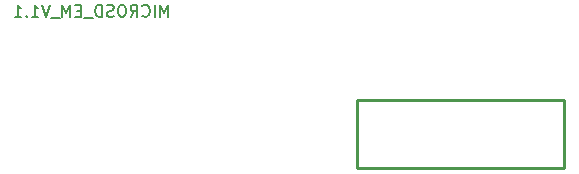
<source format=gbo>
%TF.GenerationSoftware,KiCad,Pcbnew,(6.0.1)*%
%TF.CreationDate,2022-03-04T18:54:33+03:00*%
%TF.ProjectId,MICROSD_EM_V1.1,4d494352-4f53-4445-9f45-4d5f56312e31,rev?*%
%TF.SameCoordinates,Original*%
%TF.FileFunction,Legend,Bot*%
%TF.FilePolarity,Positive*%
%FSLAX46Y46*%
G04 Gerber Fmt 4.6, Leading zero omitted, Abs format (unit mm)*
G04 Created by KiCad (PCBNEW (6.0.1)) date 2022-03-04 18:54:33*
%MOMM*%
%LPD*%
G01*
G04 APERTURE LIST*
%ADD10C,0.150000*%
%ADD11C,0.254000*%
G04 APERTURE END LIST*
D10*
X111976190Y-130602380D02*
X111976190Y-129602380D01*
X111642857Y-130316666D01*
X111309523Y-129602380D01*
X111309523Y-130602380D01*
X110833333Y-130602380D02*
X110833333Y-129602380D01*
X109785714Y-130507142D02*
X109833333Y-130554761D01*
X109976190Y-130602380D01*
X110071428Y-130602380D01*
X110214285Y-130554761D01*
X110309523Y-130459523D01*
X110357142Y-130364285D01*
X110404761Y-130173809D01*
X110404761Y-130030952D01*
X110357142Y-129840476D01*
X110309523Y-129745238D01*
X110214285Y-129650000D01*
X110071428Y-129602380D01*
X109976190Y-129602380D01*
X109833333Y-129650000D01*
X109785714Y-129697619D01*
X108785714Y-130602380D02*
X109119047Y-130126190D01*
X109357142Y-130602380D02*
X109357142Y-129602380D01*
X108976190Y-129602380D01*
X108880952Y-129650000D01*
X108833333Y-129697619D01*
X108785714Y-129792857D01*
X108785714Y-129935714D01*
X108833333Y-130030952D01*
X108880952Y-130078571D01*
X108976190Y-130126190D01*
X109357142Y-130126190D01*
X108166666Y-129602380D02*
X107976190Y-129602380D01*
X107880952Y-129650000D01*
X107785714Y-129745238D01*
X107738095Y-129935714D01*
X107738095Y-130269047D01*
X107785714Y-130459523D01*
X107880952Y-130554761D01*
X107976190Y-130602380D01*
X108166666Y-130602380D01*
X108261904Y-130554761D01*
X108357142Y-130459523D01*
X108404761Y-130269047D01*
X108404761Y-129935714D01*
X108357142Y-129745238D01*
X108261904Y-129650000D01*
X108166666Y-129602380D01*
X107357142Y-130554761D02*
X107214285Y-130602380D01*
X106976190Y-130602380D01*
X106880952Y-130554761D01*
X106833333Y-130507142D01*
X106785714Y-130411904D01*
X106785714Y-130316666D01*
X106833333Y-130221428D01*
X106880952Y-130173809D01*
X106976190Y-130126190D01*
X107166666Y-130078571D01*
X107261904Y-130030952D01*
X107309523Y-129983333D01*
X107357142Y-129888095D01*
X107357142Y-129792857D01*
X107309523Y-129697619D01*
X107261904Y-129650000D01*
X107166666Y-129602380D01*
X106928571Y-129602380D01*
X106785714Y-129650000D01*
X106357142Y-130602380D02*
X106357142Y-129602380D01*
X106119047Y-129602380D01*
X105976190Y-129650000D01*
X105880952Y-129745238D01*
X105833333Y-129840476D01*
X105785714Y-130030952D01*
X105785714Y-130173809D01*
X105833333Y-130364285D01*
X105880952Y-130459523D01*
X105976190Y-130554761D01*
X106119047Y-130602380D01*
X106357142Y-130602380D01*
X105595238Y-130697619D02*
X104833333Y-130697619D01*
X104595238Y-130078571D02*
X104261904Y-130078571D01*
X104119047Y-130602380D02*
X104595238Y-130602380D01*
X104595238Y-129602380D01*
X104119047Y-129602380D01*
X103690476Y-130602380D02*
X103690476Y-129602380D01*
X103357142Y-130316666D01*
X103023809Y-129602380D01*
X103023809Y-130602380D01*
X102785714Y-130697619D02*
X102023809Y-130697619D01*
X101928571Y-129602380D02*
X101595238Y-130602380D01*
X101261904Y-129602380D01*
X100404761Y-130602380D02*
X100976190Y-130602380D01*
X100690476Y-130602380D02*
X100690476Y-129602380D01*
X100785714Y-129745238D01*
X100880952Y-129840476D01*
X100976190Y-129888095D01*
X99976190Y-130507142D02*
X99928571Y-130554761D01*
X99976190Y-130602380D01*
X100023809Y-130554761D01*
X99976190Y-130507142D01*
X99976190Y-130602380D01*
X98976190Y-130602380D02*
X99547619Y-130602380D01*
X99261904Y-130602380D02*
X99261904Y-129602380D01*
X99357142Y-129745238D01*
X99452380Y-129840476D01*
X99547619Y-129888095D01*
D11*
%TO.C,J5*%
X128000005Y-137638520D02*
X128000005Y-143438509D01*
X128000005Y-137638520D02*
X145499995Y-137638520D01*
X145499995Y-137638520D02*
X145499995Y-143438509D01*
X128000005Y-143438509D02*
X145499995Y-143438509D01*
%TD*%
M02*

</source>
